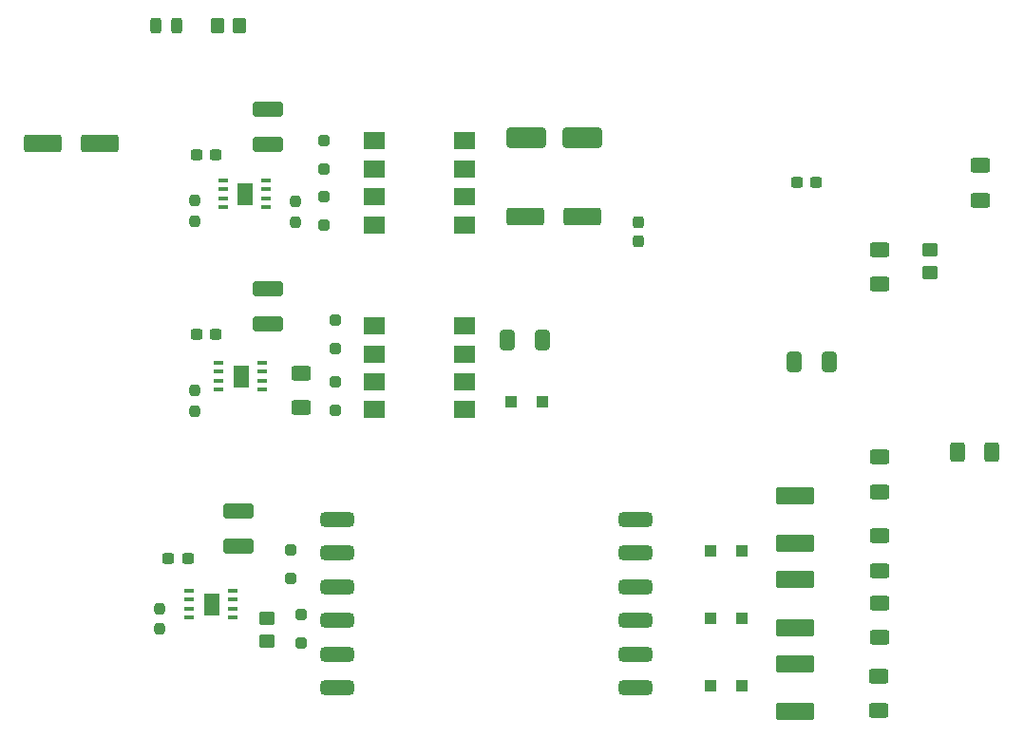
<source format=gbr>
%TF.GenerationSoftware,KiCad,Pcbnew,8.0.8*%
%TF.CreationDate,2025-02-22T00:18:49-08:00*%
%TF.ProjectId,CRT_main_supply,4352545f-6d61-4696-9e5f-737570706c79,rev?*%
%TF.SameCoordinates,Original*%
%TF.FileFunction,Paste,Top*%
%TF.FilePolarity,Positive*%
%FSLAX46Y46*%
G04 Gerber Fmt 4.6, Leading zero omitted, Abs format (unit mm)*
G04 Created by KiCad (PCBNEW 8.0.8) date 2025-02-22 00:18:49*
%MOMM*%
%LPD*%
G01*
G04 APERTURE LIST*
G04 Aperture macros list*
%AMRoundRect*
0 Rectangle with rounded corners*
0 $1 Rounding radius*
0 $2 $3 $4 $5 $6 $7 $8 $9 X,Y pos of 4 corners*
0 Add a 4 corners polygon primitive as box body*
4,1,4,$2,$3,$4,$5,$6,$7,$8,$9,$2,$3,0*
0 Add four circle primitives for the rounded corners*
1,1,$1+$1,$2,$3*
1,1,$1+$1,$4,$5*
1,1,$1+$1,$6,$7*
1,1,$1+$1,$8,$9*
0 Add four rect primitives between the rounded corners*
20,1,$1+$1,$2,$3,$4,$5,0*
20,1,$1+$1,$4,$5,$6,$7,0*
20,1,$1+$1,$6,$7,$8,$9,0*
20,1,$1+$1,$8,$9,$2,$3,0*%
G04 Aperture macros list end*
%ADD10C,0.010000*%
%ADD11RoundRect,0.250000X0.300000X0.300000X-0.300000X0.300000X-0.300000X-0.300000X0.300000X-0.300000X0*%
%ADD12RoundRect,0.250000X0.625000X-0.400000X0.625000X0.400000X-0.625000X0.400000X-0.625000X-0.400000X0*%
%ADD13RoundRect,0.250000X0.250000X-0.250000X0.250000X0.250000X-0.250000X0.250000X-0.250000X-0.250000X0*%
%ADD14RoundRect,0.250000X-0.250000X0.250000X-0.250000X-0.250000X0.250000X-0.250000X0.250000X0.250000X0*%
%ADD15RoundRect,0.250000X1.412500X0.550000X-1.412500X0.550000X-1.412500X-0.550000X1.412500X-0.550000X0*%
%ADD16RoundRect,0.250000X1.100000X-0.412500X1.100000X0.412500X-1.100000X0.412500X-1.100000X-0.412500X0*%
%ADD17RoundRect,0.250000X-0.625000X0.400000X-0.625000X-0.400000X0.625000X-0.400000X0.625000X0.400000X0*%
%ADD18R,1.900000X1.600000*%
%ADD19RoundRect,0.250000X-0.350000X-0.450000X0.350000X-0.450000X0.350000X0.450000X-0.350000X0.450000X0*%
%ADD20RoundRect,0.250000X1.500000X0.650000X-1.500000X0.650000X-1.500000X-0.650000X1.500000X-0.650000X0*%
%ADD21RoundRect,0.237500X-0.237500X0.250000X-0.237500X-0.250000X0.237500X-0.250000X0.237500X0.250000X0*%
%ADD22RoundRect,0.237500X0.300000X0.237500X-0.300000X0.237500X-0.300000X-0.237500X0.300000X-0.237500X0*%
%ADD23RoundRect,0.250000X1.450000X-0.537500X1.450000X0.537500X-1.450000X0.537500X-1.450000X-0.537500X0*%
%ADD24RoundRect,0.250000X-0.412500X-0.650000X0.412500X-0.650000X0.412500X0.650000X-0.412500X0.650000X0*%
%ADD25RoundRect,0.237500X-0.237500X0.300000X-0.237500X-0.300000X0.237500X-0.300000X0.237500X0.300000X0*%
%ADD26RoundRect,0.250000X0.412500X0.650000X-0.412500X0.650000X-0.412500X-0.650000X0.412500X-0.650000X0*%
%ADD27RoundRect,0.250000X-0.400000X-0.625000X0.400000X-0.625000X0.400000X0.625000X-0.400000X0.625000X0*%
%ADD28RoundRect,0.325000X-1.175000X0.325000X-1.175000X-0.325000X1.175000X-0.325000X1.175000X0.325000X0*%
%ADD29RoundRect,0.250000X-1.412500X-0.550000X1.412500X-0.550000X1.412500X0.550000X-1.412500X0.550000X0*%
%ADD30RoundRect,0.250000X-0.450000X0.350000X-0.450000X-0.350000X0.450000X-0.350000X0.450000X0.350000X0*%
%ADD31RoundRect,0.040000X0.390000X0.120000X-0.390000X0.120000X-0.390000X-0.120000X0.390000X-0.120000X0*%
%ADD32RoundRect,0.237500X0.237500X-0.250000X0.237500X0.250000X-0.237500X0.250000X-0.237500X-0.250000X0*%
%ADD33RoundRect,0.243750X0.243750X0.456250X-0.243750X0.456250X-0.243750X-0.456250X0.243750X-0.456250X0*%
%ADD34RoundRect,0.250000X-0.300000X-0.300000X0.300000X-0.300000X0.300000X0.300000X-0.300000X0.300000X0*%
%ADD35RoundRect,0.250000X0.450000X-0.350000X0.450000X0.350000X-0.450000X0.350000X-0.450000X-0.350000X0*%
G04 APERTURE END LIST*
D10*
%TO.C,U1*%
X106077500Y-106505000D02*
X104827500Y-106505000D01*
X104827500Y-104605000D01*
X106077500Y-104605000D01*
X106077500Y-106505000D01*
G36*
X106077500Y-106505000D02*
G01*
X104827500Y-106505000D01*
X104827500Y-104605000D01*
X106077500Y-104605000D01*
X106077500Y-106505000D01*
G37*
%TO.C,U3*%
X108690000Y-86187500D02*
X107440000Y-86187500D01*
X107440000Y-84287500D01*
X108690000Y-84287500D01*
X108690000Y-86187500D01*
G36*
X108690000Y-86187500D02*
G01*
X107440000Y-86187500D01*
X107440000Y-84287500D01*
X108690000Y-84287500D01*
X108690000Y-86187500D01*
G37*
%TO.C,U2*%
X109060000Y-69950000D02*
X107810000Y-69950000D01*
X107810000Y-68050000D01*
X109060000Y-68050000D01*
X109060000Y-69950000D01*
G36*
X109060000Y-69950000D02*
G01*
X107810000Y-69950000D01*
X107810000Y-68050000D01*
X109060000Y-68050000D01*
X109060000Y-69950000D01*
G37*
%TD*%
D11*
%TO.C,D3*%
X152787500Y-100855000D03*
X149987500Y-100855000D03*
%TD*%
D12*
%TO.C,R8*%
X113500000Y-88050000D03*
X113500000Y-84950000D03*
%TD*%
D11*
%TO.C,D2*%
X152787500Y-106855000D03*
X149987500Y-106855000D03*
%TD*%
D13*
%TO.C,D9*%
X112500000Y-103250000D03*
X112500000Y-100750000D03*
%TD*%
D14*
%TO.C,D6*%
X115500000Y-69250000D03*
X115500000Y-71750000D03*
%TD*%
D15*
%TO.C,C4*%
X138537500Y-71000000D03*
X133462500Y-71000000D03*
%TD*%
D16*
%TO.C,C10*%
X110500000Y-80600000D03*
X110500000Y-77475000D03*
%TD*%
D12*
%TO.C,R18*%
X165000000Y-102555000D03*
X165000000Y-99455000D03*
%TD*%
D17*
%TO.C,R16*%
X164950000Y-111955000D03*
X164950000Y-115055000D03*
%TD*%
D18*
%TO.C,T2*%
X119950000Y-64265000D03*
X119950000Y-66755000D03*
X119950000Y-69245000D03*
X119950000Y-71735000D03*
X128050000Y-71735000D03*
X128050000Y-69245000D03*
X128050000Y-66755000D03*
X128050000Y-64265000D03*
%TD*%
D19*
%TO.C,R15*%
X106000000Y-54000000D03*
X108000000Y-54000000D03*
%TD*%
D20*
%TO.C,D4*%
X138500000Y-64000000D03*
X133500000Y-64000000D03*
%TD*%
D21*
%TO.C,R11*%
X104000000Y-86537500D03*
X104000000Y-88362500D03*
%TD*%
D22*
%TO.C,C6*%
X159362500Y-68000000D03*
X157637500Y-68000000D03*
%TD*%
D23*
%TO.C,C3*%
X157500000Y-100142500D03*
X157500000Y-95867500D03*
%TD*%
%TO.C,C2*%
X157500000Y-107642500D03*
X157500000Y-103367500D03*
%TD*%
D24*
%TO.C,C5*%
X131875000Y-82000000D03*
X135000000Y-82000000D03*
%TD*%
D16*
%TO.C,C8*%
X107887500Y-100417500D03*
X107887500Y-97292500D03*
%TD*%
D17*
%TO.C,R17*%
X165000000Y-105455000D03*
X165000000Y-108555000D03*
%TD*%
D25*
%TO.C,C20*%
X143500000Y-71500000D03*
X143500000Y-73225000D03*
%TD*%
D22*
%TO.C,C15*%
X103362500Y-101500000D03*
X101637500Y-101500000D03*
%TD*%
D23*
%TO.C,C1*%
X157500000Y-115142500D03*
X157500000Y-110867500D03*
%TD*%
D14*
%TO.C,D12*%
X116500000Y-85750000D03*
X116500000Y-88250000D03*
%TD*%
D22*
%TO.C,C14*%
X105862500Y-81500000D03*
X104137500Y-81500000D03*
%TD*%
D26*
%TO.C,C7*%
X160562500Y-84000000D03*
X157437500Y-84000000D03*
%TD*%
D27*
%TO.C,R5*%
X171950000Y-92000000D03*
X175050000Y-92000000D03*
%TD*%
D12*
%TO.C,R2*%
X165000000Y-95555000D03*
X165000000Y-92455000D03*
%TD*%
D21*
%TO.C,R9*%
X104000000Y-69587500D03*
X104000000Y-71412500D03*
%TD*%
D12*
%TO.C,R3*%
X165000000Y-77055000D03*
X165000000Y-73955000D03*
%TD*%
D16*
%TO.C,C9*%
X110500000Y-64562500D03*
X110500000Y-61437500D03*
%TD*%
D28*
%TO.C,T1*%
X116700000Y-98005000D03*
X116700000Y-101005000D03*
X116700000Y-104005000D03*
X116700000Y-107005000D03*
X116700000Y-110005000D03*
X116700000Y-113005000D03*
X143300000Y-113005000D03*
X143300000Y-110005000D03*
X143300000Y-107005000D03*
X143300000Y-104005000D03*
X143300000Y-101005000D03*
X143300000Y-98005000D03*
%TD*%
D29*
%TO.C,C17*%
X90462500Y-64500000D03*
X95537500Y-64500000D03*
%TD*%
D30*
%TO.C,R6*%
X169500000Y-74000000D03*
X169500000Y-76000000D03*
%TD*%
D17*
%TO.C,R4*%
X174000000Y-66450000D03*
X174000000Y-69550000D03*
%TD*%
D13*
%TO.C,D7*%
X115500000Y-66750000D03*
X115500000Y-64250000D03*
%TD*%
D31*
%TO.C,U1*%
X107387500Y-106755000D03*
X107387500Y-105955000D03*
X107387500Y-105155000D03*
X107387500Y-104355000D03*
X103517500Y-104355000D03*
X103517500Y-105155000D03*
X103517500Y-105955000D03*
X103517500Y-106755000D03*
%TD*%
D32*
%TO.C,R7*%
X113000000Y-71487500D03*
X113000000Y-69662500D03*
%TD*%
D22*
%TO.C,C16*%
X105862500Y-65500000D03*
X104137500Y-65500000D03*
%TD*%
D31*
%TO.C,U3*%
X110000000Y-86437500D03*
X110000000Y-85637500D03*
X110000000Y-84837500D03*
X110000000Y-84037500D03*
X106130000Y-84037500D03*
X106130000Y-84837500D03*
X106130000Y-85637500D03*
X106130000Y-86437500D03*
%TD*%
D13*
%TO.C,D11*%
X116500000Y-82750000D03*
X116500000Y-80250000D03*
%TD*%
D14*
%TO.C,D10*%
X113500000Y-106500000D03*
X113500000Y-109000000D03*
%TD*%
D33*
%TO.C,D8*%
X102375000Y-54000000D03*
X100500000Y-54000000D03*
%TD*%
D18*
%TO.C,T3*%
X119950000Y-80765000D03*
X119950000Y-83255000D03*
X119950000Y-85745000D03*
X119950000Y-88235000D03*
X128050000Y-88235000D03*
X128050000Y-85745000D03*
X128050000Y-83255000D03*
X128050000Y-80765000D03*
%TD*%
D34*
%TO.C,D5*%
X132200000Y-87500000D03*
X135000000Y-87500000D03*
%TD*%
D21*
%TO.C,R10*%
X100887500Y-105942500D03*
X100887500Y-107767500D03*
%TD*%
D31*
%TO.C,U2*%
X110370000Y-70200000D03*
X110370000Y-69400000D03*
X110370000Y-68600000D03*
X110370000Y-67800000D03*
X106500000Y-67800000D03*
X106500000Y-68600000D03*
X106500000Y-69400000D03*
X106500000Y-70200000D03*
%TD*%
D11*
%TO.C,D1*%
X152787500Y-112855000D03*
X149987500Y-112855000D03*
%TD*%
D35*
%TO.C,R1*%
X110387500Y-108855000D03*
X110387500Y-106855000D03*
%TD*%
M02*

</source>
